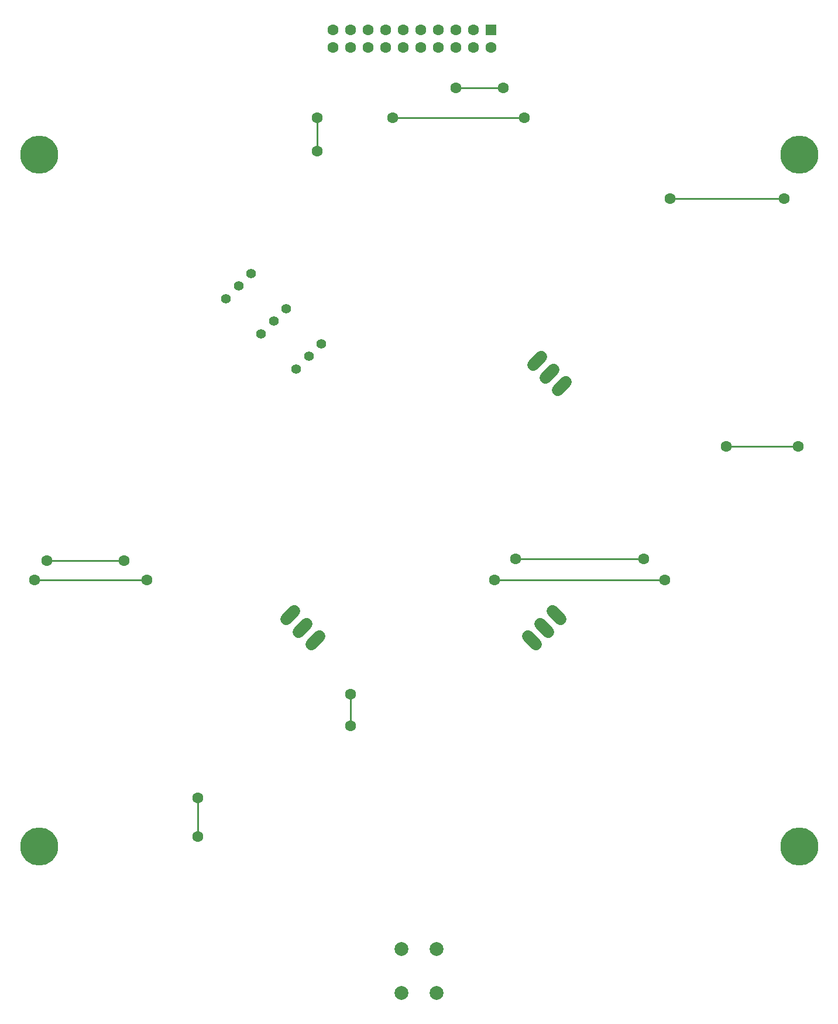
<source format=gbr>
G04 EAGLE Gerber RS-274X export*
G75*
%MOMM*%
%FSLAX34Y34*%
%LPD*%
%INTop Copper*%
%IPPOS*%
%AMOC8*
5,1,8,0,0,1.08239X$1,22.5*%
G01*
%ADD10C,1.400000*%
%ADD11C,2.000000*%
%ADD12R,1.600000X1.600000*%
%ADD13C,1.600000*%
%ADD14C,1.676400*%
%ADD15C,0.254000*%
%ADD16C,5.500000*%


D10*
X622300Y990600D03*
X640261Y1008561D03*
X658221Y1026521D03*
X571500Y1041400D03*
X589461Y1059361D03*
X607421Y1077321D03*
X520700Y1092200D03*
X538661Y1110161D03*
X556621Y1128121D03*
D11*
X774700Y152400D03*
X825500Y152400D03*
X825500Y88900D03*
X774700Y88900D03*
D12*
X904240Y1480820D03*
D13*
X904240Y1455420D03*
X878840Y1480820D03*
X878840Y1455420D03*
X853440Y1480820D03*
X853440Y1455420D03*
X828040Y1480820D03*
X828040Y1455420D03*
X802640Y1480820D03*
X802640Y1455420D03*
X777240Y1480820D03*
X777240Y1455420D03*
X751840Y1480820D03*
X751840Y1455420D03*
X726440Y1480820D03*
X726440Y1455420D03*
X701040Y1480820D03*
X701040Y1455420D03*
X675640Y1480820D03*
X675640Y1455420D03*
D14*
X993292Y640289D02*
X1005146Y628435D01*
X987186Y610474D02*
X975332Y622328D01*
X957371Y604368D02*
X969225Y592514D01*
X655529Y604368D02*
X643675Y592514D01*
X625714Y610474D02*
X637568Y622328D01*
X619608Y640289D02*
X607754Y628435D01*
X964991Y995832D02*
X976845Y1007686D01*
X994806Y989726D02*
X982952Y977872D01*
X1000912Y959911D02*
X1012766Y971765D01*
D13*
X652780Y1305560D03*
D15*
X652780Y1353820D01*
D13*
X652780Y1353820D03*
X909320Y685800D03*
D15*
X1155700Y685800D01*
D13*
X1155700Y685800D03*
X762000Y1353820D03*
D15*
X952500Y1353820D01*
D13*
X952500Y1353820D03*
X939800Y716280D03*
D15*
X1125220Y716280D01*
D13*
X1125220Y716280D03*
X373380Y713740D03*
D15*
X261620Y713740D01*
D13*
X261620Y713740D03*
X853440Y1397000D03*
D15*
X922020Y1397000D01*
D13*
X922020Y1397000D03*
X406400Y685800D03*
D15*
X243840Y685800D01*
D13*
X243840Y685800D03*
X1328420Y1236980D03*
D15*
X1163320Y1236980D01*
D13*
X1163320Y1236980D03*
D16*
X250000Y1300000D03*
X1350000Y1300000D03*
X250000Y300000D03*
X1350000Y300000D03*
D13*
X701040Y474980D03*
D15*
X701040Y520700D01*
D13*
X701040Y520700D03*
X1244600Y878840D03*
D15*
X1348740Y878840D01*
D13*
X1348740Y878840D03*
X480060Y370840D03*
D15*
X480060Y314960D01*
D13*
X480060Y314960D03*
M02*

</source>
